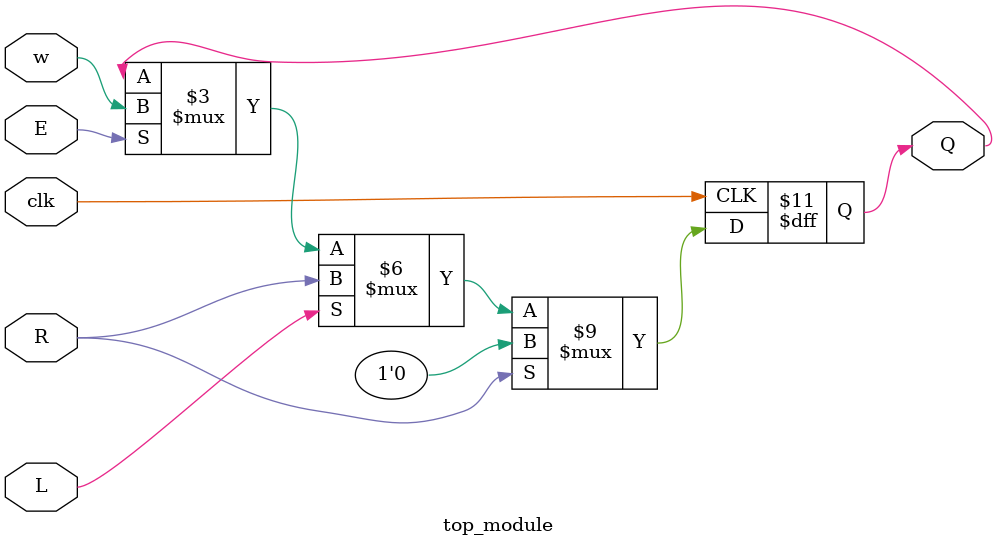
<source format=sv>
module top_module (
    input clk,
    input w,
    input R,
    input E,
    input L,
    output reg Q
);

    always @(posedge clk) begin
        if (R) begin
            // Reset Q to 0 when R is high
            Q <= 1'b0;
        end
        else if (L) begin
            // Update Q with the value of R when L is high
            Q <= R;
        end
        else if (E) begin
            // Update Q with the value of w when E is high and L is low
            Q <= w;
        end
        else begin
            // Hold the current state of Q when E is low
            Q <= Q;
        end
    end

endmodule

</source>
